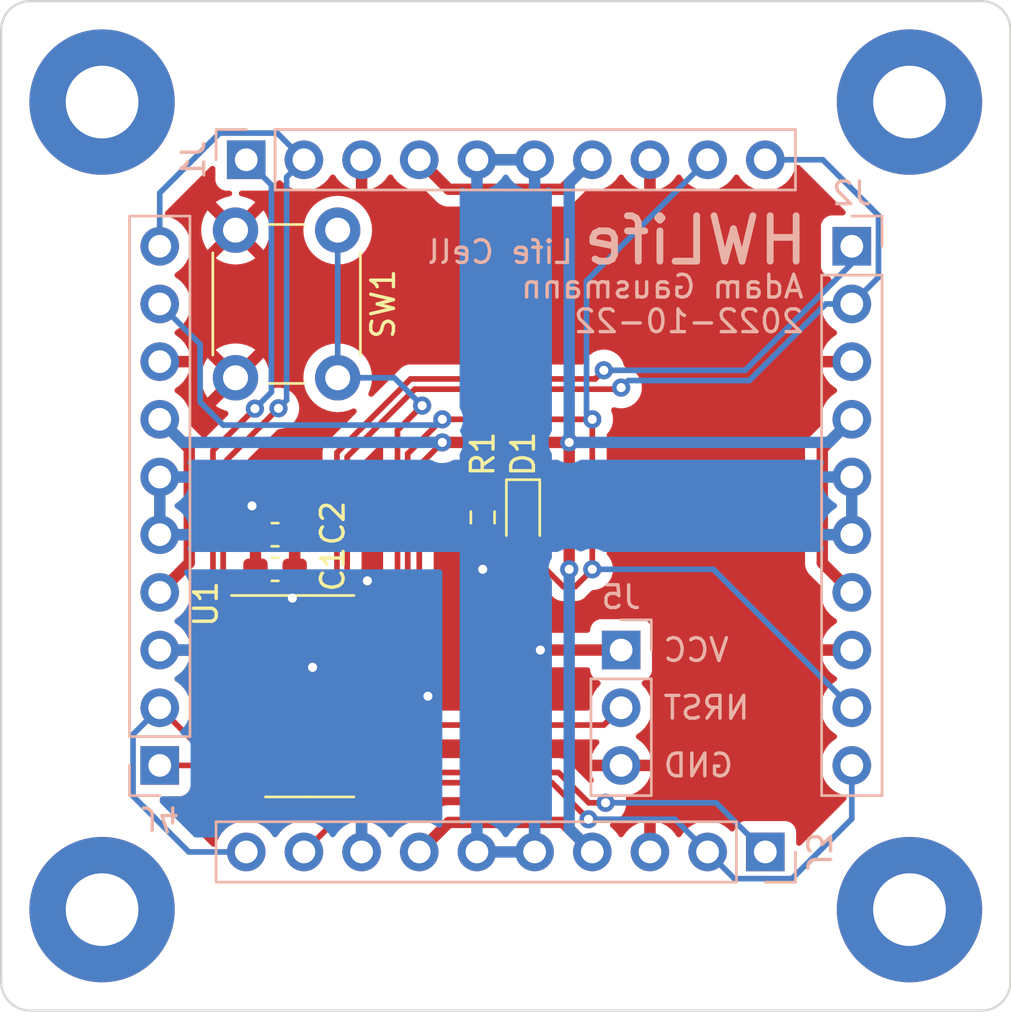
<source format=kicad_pcb>
(kicad_pcb (version 20211014) (generator pcbnew)
  (layers (0 "F.Cu" signal) (31 "B.Cu" signal) (34 "B.Paste" user) (35 "F.Paste" user) (36 "B.SilkS" user "B.Silkscreen") (37 "F.SilkS" user "F.Silkscreen") (38 "B.Mask" user) (39 "F.Mask" user) (44 "Edge.Cuts" user))
  (net 0 "")
  (net 1 "VCC")
  (net 2 "GND")
  (net 3 "/Cell/NRST")
  (net 4 "Net-(D1-Pad1)")
  (net 5 "/Cell/TOGGLE")
  (net 6 "/Cell/CLK")
  (net 7 "/Cell/DIA1")
  (net 8 "/Cell/ADJ1")
  (net 9 "/Cell/STATE")
  (net 10 "/Cell/ADJ2")
  (net 11 "/Cell/DIA2")
  (net 12 "/Cell/ADJ3")
  (net 13 "/Cell/DIA3")
  (net 14 "/Cell/ADJ4")
  (net 15 "/Cell/DIA4")
  (footprint "LED_SMD:LED_0603_1608Metric_Pad1.05x0.95mm_HandSolder" (layer "F.Cu") (at 193.802 62.738 -90)
    (fp_text reference "D1" (at -2.794 0 90) (layer "F.SilkS"))
    (fp_text value "LED")
    (fp_line (start 0.8 -0.735) (end -1.66 -0.735) (layer "F.SilkS") (width 0.12))
    (fp_line (start -1.66 0.735) (end 0.8 0.735) (layer "F.SilkS") (width 0.12))
    (fp_line (start -1.66 -0.735) (end -1.66 0.735) (layer "F.SilkS") (width 0.12))
    (pad "1" smd roundrect (at -0.875 0 270) (size 1.05 0.95) (layers "F.Cu" "F.Paste" "F.Mask") (net 4 "Net-(D1-Pad1)"))
    (pad "2" smd roundrect (at 0.875 0 270) (size 1.05 0.95) (layers "F.Cu" "F.Paste" "F.Mask") (net 9 "/Cell/STATE"))
  )
  (footprint "Button_Switch_THT:SW_PUSH_6mm_H4.3mm" (layer "F.Cu") (at 185.638 50.09 -90)
    (fp_text reference "SW1" (at 3.25 -2 90) (layer "F.SilkS"))
    (fp_text value "Toggle")
    (fp_line (start 1 5.5) (end 5.5 5.5) (layer "F.SilkS") (width 0.12))
    (fp_line (start -0.25 1.5) (end -0.25 3) (layer "F.SilkS") (width 0.12))
    (fp_line (start 6.75 3) (end 6.75 1.5) (layer "F.SilkS") (width 0.12))
    (fp_line (start 5.5 -1) (end 1 -1) (layer "F.SilkS") (width 0.12))
    (pad "1" thru_hole circle (at 6.5 0) (size 2 2) (drill 1.1) (layers *.Cu *.Mask) (net 5 "/Cell/TOGGLE"))
    (pad "1" thru_hole circle (at 0 0) (size 2 2) (drill 1.1) (layers *.Cu *.Mask) (net 5 "/Cell/TOGGLE"))
    (pad "2" thru_hole circle (at 0 4.5) (size 2 2) (drill 1.1) (layers *.Cu *.Mask) (net 2 "GND"))
    (pad "2" thru_hole circle (at 6.5 4.5) (size 2 2) (drill 1.1) (layers *.Cu *.Mask) (net 2 "GND"))
  )
  (footprint "Resistor_SMD:R_0603_1608Metric_Pad0.98x0.95mm_HandSolder" (layer "F.Cu") (at 192.024 62.738 90)
    (fp_text reference "R1" (at 2.794 0 90) (layer "F.SilkS"))
    (fp_text value "120R")
    (fp_line (start -0.254724 0.5225) (end 0.254724 0.5225) (layer "F.SilkS") (width 0.12))
    (fp_line (start -0.254724 -0.5225) (end 0.254724 -0.5225) (layer "F.SilkS") (width 0.12))
    (pad "1" smd roundrect (at -0.9125 0 90) (size 0.975 0.95) (layers "F.Cu" "F.Paste" "F.Mask") (net 1 "VCC"))
    (pad "2" smd roundrect (at 0.9125 0 90) (size 0.975 0.95) (layers "F.Cu" "F.Paste" "F.Mask") (net 4 "Net-(D1-Pad1)"))
  )
  (footprint "Package_SO:SOIC-14_3.9x8.7mm_P1.27mm" (layer "F.Cu") (at 184.404 70.612)
    (fp_text reference "U1" (at -4.572 -4.064 90) (layer "F.SilkS"))
    (fp_text value "ATtiny404-SS")
    (fp_line (start 0 4.435) (end 1.95 4.435) (layer "F.SilkS") (width 0.12))
    (fp_line (start 0 -4.435) (end -3.45 -4.435) (layer "F.SilkS") (width 0.12))
    (fp_line (start 0 -4.435) (end 1.95 -4.435) (layer "F.SilkS") (width 0.12))
    (fp_line (start 0 4.435) (end -1.95 4.435) (layer "F.SilkS") (width 0.12))
    (pad "1" smd roundrect (at -2.475 -3.81) (size 1.95 0.6) (layers "F.Cu" "F.Paste" "F.Mask") (net 1 "VCC"))
    (pad "2" smd roundrect (at -2.475 -2.54) (size 1.95 0.6) (layers "F.Cu" "F.Paste" "F.Mask") (net 11 "/Cell/DIA2"))
    (pad "3" smd roundrect (at -2.475 -1.27) (size 1.95 0.6) (layers "F.Cu" "F.Paste" "F.Mask") (net 10 "/Cell/ADJ2"))
    (pad "4" smd roundrect (at -2.475 0) (size 1.95 0.6) (layers "F.Cu" "F.Paste" "F.Mask") (net 8 "/Cell/ADJ1"))
    (pad "5" smd roundrect (at -2.475 1.27) (size 1.95 0.6) (layers "F.Cu" "F.Paste" "F.Mask") (net 7 "/Cell/DIA1"))
    (pad "6" smd roundrect (at -2.475 2.54) (size 1.95 0.6) (layers "F.Cu" "F.Paste" "F.Mask") (net 14 "/Cell/ADJ4"))
    (pad "7" smd roundrect (at -2.475 3.81) (size 1.95 0.6) (layers "F.Cu" "F.Paste" "F.Mask") (net 15 "/Cell/DIA4"))
    (pad "8" smd roundrect (at 2.475 3.81) (size 1.95 0.6) (layers "F.Cu" "F.Paste" "F.Mask") (net 12 "/Cell/ADJ3"))
    (pad "9" smd roundrect (at 2.475 2.54) (size 1.95 0.6) (layers "F.Cu" "F.Paste" "F.Mask") (net 13 "/Cell/DIA3"))
    (pad "10" smd roundrect (at 2.475 1.27) (size 1.95 0.6) (layers "F.Cu" "F.Paste" "F.Mask") (net 3 "/Cell/NRST"))
    (pad "11" smd roundrect (at 2.475 0) (size 1.95 0.6) (layers "F.Cu" "F.Paste" "F.Mask") (net 6 "/Cell/CLK"))
    (pad "12" smd roundrect (at 2.475 -1.27) (size 1.95 0.6) (layers "F.Cu" "F.Paste" "F.Mask") (net 9 "/Cell/STATE"))
    (pad "13" smd roundrect (at 2.475 -2.54) (size 1.95 0.6) (layers "F.Cu" "F.Paste" "F.Mask") (net 5 "/Cell/TOGGLE"))
    (pad "14" smd roundrect (at 2.475 -3.81) (size 1.95 0.6) (layers "F.Cu" "F.Paste" "F.Mask") (net 2 "GND"))
  )
  (footprint "MountingHole:MountingHole_3.2mm_M3_Pad" (layer "F.Cu") (at 210.82 44.45)
    (fp_text reference "H2" hide)
    (fp_text value "M3")
    (pad "1" thru_hole circle (at 0 0) (size 6.4 6.4) (drill 3.2) (layers *.Cu *.Mask))
  )
  (footprint "MountingHole:MountingHole_3.2mm_M3_Pad" (layer "F.Cu") (at 175.26 80.01)
    (fp_text reference "H4" hide)
    (fp_text value "M3")
    (pad "1" thru_hole circle (at 0 0) (size 6.4 6.4) (drill 3.2) (layers *.Cu *.Mask))
  )
  (footprint "Capacitor_SMD:C_0603_1608Metric_Pad1.08x0.95mm_HandSolder" (layer "F.Cu") (at 182.88 65.024)
    (fp_text reference "C1" (at 2.54 0 90) (layer "F.SilkS"))
    (fp_text value "100nF")
    (fp_line (start -0.146267 -0.51) (end 0.146267 -0.51) (layer "F.SilkS") (width 0.12))
    (fp_line (start -0.146267 0.51) (end 0.146267 0.51) (layer "F.SilkS") (width 0.12))
    (pad "1" smd roundrect (at -0.8625 0) (size 1.075 0.95) (layers "F.Cu" "F.Paste" "F.Mask") (net 1 "VCC"))
    (pad "2" smd roundrect (at 0.8625 0) (size 1.075 0.95) (layers "F.Cu" "F.Paste" "F.Mask") (net 2 "GND"))
  )
  (footprint "MountingHole:MountingHole_3.2mm_M3_Pad" (layer "F.Cu") (at 210.82 80.01)
    (fp_text reference "H3" hide)
    (fp_text value "M3")
    (pad "1" thru_hole circle (at 0 0) (size 6.4 6.4) (drill 3.2) (layers *.Cu *.Mask))
  )
  (footprint "MountingHole:MountingHole_3.2mm_M3_Pad" (layer "F.Cu") (at 175.26 44.45)
    (fp_text reference "H1" hide)
    (fp_text value "M3")
    (pad "1" thru_hole circle (at 0 0) (size 6.4 6.4) (drill 3.2) (layers *.Cu *.Mask))
  )
  (footprint "Capacitor_SMD:C_0603_1608Metric_Pad1.08x0.95mm_HandSolder" (layer "F.Cu") (at 182.88 63.5)
    (fp_text reference "C2" (at 2.54 -0.508 90) (layer "F.SilkS"))
    (fp_text value "Bulk")
    (fp_line (start -0.146267 -0.51) (end 0.146267 -0.51) (layer "F.SilkS") (width 0.12))
    (fp_line (start -0.146267 0.51) (end 0.146267 0.51) (layer "F.SilkS") (width 0.12))
    (pad "1" smd roundrect (at -0.8625 0) (size 1.075 0.95) (layers "F.Cu" "F.Paste" "F.Mask") (net 1 "VCC"))
    (pad "2" smd roundrect (at 0.8625 0) (size 1.075 0.95) (layers "F.Cu" "F.Paste" "F.Mask") (net 2 "GND"))
  )
  (footprint "Connector_PinHeader_2.54mm:PinHeader_1x10_P2.54mm_Vertical" (layer "B.Cu") (at 204.47 77.47 90)
    (fp_text reference "J3" (at 0 2.33 270 unlocked) (layer "B.SilkS") (effects (justify mirror)))
    (fp_text value "Interconnect")
    (fp_line (start 1.33 -1.27) (end 1.33 -24.19) (layer "B.SilkS") (width 0.12))
    (fp_line (start -1.33 -1.27) (end -1.33 -24.19) (layer "B.SilkS") (width 0.12))
    (fp_line (start -1.33 1.33) (end 0 1.33) (layer "B.SilkS") (width 0.12))
    (fp_line (start -1.33 -1.27) (end 1.33 -1.27) (layer "B.SilkS") (width 0.12))
    (fp_line (start -1.33 -24.19) (end 1.33 -24.19) (layer "B.SilkS") (width 0.12))
    (fp_line (start -1.33 0) (end -1.33 1.33) (layer "B.SilkS") (width 0.12))
    (pad "1" thru_hole rect (at 0 0 90) (size 1.7 1.7) (drill 1) (layers *.Cu *.Mask) (net 13 "/Cell/DIA3"))
    (pad "2" thru_hole oval (at 0 -2.54 90) (size 1.7 1.7) (drill 1) (layers *.Cu *.Mask) (net 12 "/Cell/ADJ3"))
    (pad "3" thru_hole oval (at 0 -5.08 90) (size 1.7 1.7) (drill 1) (layers *.Cu *.Mask) (net 2 "GND"))
    (pad "4" thru_hole oval (at 0 -7.62 90) (size 1.7 1.7) (drill 1) (layers *.Cu *.Mask) (net 6 "/Cell/CLK"))
    (pad "5" thru_hole oval (at 0 -10.16 90) (size 1.7 1.7) (drill 1) (layers *.Cu *.Mask) (net 1 "VCC"))
    (pad "6" thru_hole oval (at 0 -12.7 90) (size 1.7 1.7) (drill 1) (layers *.Cu *.Mask) (net 1 "VCC"))
    (pad "7" thru_hole oval (at 0 -15.24 90) (size 1.7 1.7) (drill 1) (layers *.Cu *.Mask) (net 6 "/Cell/CLK"))
    (pad "8" thru_hole oval (at 0 -17.78 90) (size 1.7 1.7) (drill 1) (layers *.Cu *.Mask) (net 2 "GND"))
    (pad "9" thru_hole oval (at 0 -20.32 90) (size 1.7 1.7) (drill 1) (layers *.Cu *.Mask) (net 9 "/Cell/STATE"))
    (pad "10" thru_hole oval (at 0 -22.86 90) (size 1.7 1.7) (drill 1) (layers *.Cu *.Mask) (net 14 "/Cell/ADJ4"))
  )
  (footprint "Connector_PinHeader_2.54mm:PinHeader_1x10_P2.54mm_Vertical" (layer "B.Cu") (at 177.8 73.66)
    (fp_text reference "J4" (at 0 2.33 180 unlocked) (layer "B.SilkS") (effects (justify mirror)))
    (fp_text value "Interconnect")
    (fp_line (start -1.33 -1.27) (end 1.33 -1.27) (layer "B.SilkS") (width 0.12))
    (fp_line (start 1.33 -1.27) (end 1.33 -24.19) (layer "B.SilkS") (width 0.12))
    (fp_line (start -1.33 -24.19) (end 1.33 -24.19) (layer "B.SilkS") (width 0.12))
    (fp_line (start -1.33 -1.27) (end -1.33 -24.19) (layer "B.SilkS") (width 0.12))
    (fp_line (start -1.33 0) (end -1.33 1.33) (layer "B.SilkS") (width 0.12))
    (fp_line (start -1.33 1.33) (end 0 1.33) (layer "B.SilkS") (width 0.12))
    (pad "1" thru_hole rect (at 0 0) (size 1.7 1.7) (drill 1) (layers *.Cu *.Mask) (net 15 "/Cell/DIA4"))
    (pad "2" thru_hole oval (at 0 -2.54) (size 1.7 1.7) (drill 1) (layers *.Cu *.Mask) (net 14 "/Cell/ADJ4"))
    (pad "3" thru_hole oval (at 0 -5.08) (size 1.7 1.7) (drill 1) (layers *.Cu *.Mask) (net 2 "GND"))
    (pad "4" thru_hole oval (at 0 -7.62) (size 1.7 1.7) (drill 1) (layers *.Cu *.Mask) (net 6 "/Cell/CLK"))
    (pad "5" thru_hole oval (at 0 -10.16) (size 1.7 1.7) (drill 1) (layers *.Cu *.Mask) (net 1 "VCC"))
    (pad "6" thru_hole oval (at 0 -12.7) (size 1.7 1.7) (drill 1) (layers *.Cu *.Mask) (net 1 "VCC"))
    (pad "7" thru_hole oval (at 0 -15.24) (size 1.7 1.7) (drill 1) (layers *.Cu *.Mask) (net 6 "/Cell/CLK"))
    (pad "8" thru_hole oval (at 0 -17.78) (size 1.7 1.7) (drill 1) (layers *.Cu *.Mask) (net 2 "GND"))
    (pad "9" thru_hole oval (at 0 -20.32) (size 1.7 1.7) (drill 1) (layers *.Cu *.Mask) (net 9 "/Cell/STATE"))
    (pad "10" thru_hole oval (at 0 -22.86) (size 1.7 1.7) (drill 1) (layers *.Cu *.Mask) (net 8 "/Cell/ADJ1"))
  )
  (footprint "Connector_PinHeader_2.54mm:PinHeader_1x10_P2.54mm_Vertical" (layer "B.Cu") (at 181.61 46.99 -90)
    (fp_text reference "J1" (at 0 2.33 90 unlocked) (layer "B.SilkS") (effects (justify mirror)))
    (fp_text value "Interconnect")
    (fp_line (start -1.33 0) (end -1.33 1.33) (layer "B.SilkS") (width 0.12))
    (fp_line (start -1.33 1.33) (end 0 1.33) (layer "B.SilkS") (width 0.12))
    (fp_line (start 1.33 -1.27) (end 1.33 -24.19) (layer "B.SilkS") (width 0.12))
    (fp_line (start -1.33 -24.19) (end 1.33 -24.19) (layer "B.SilkS") (width 0.12))
    (fp_line (start -1.33 -1.27) (end -1.33 -24.19) (layer "B.SilkS") (width 0.12))
    (fp_line (start -1.33 -1.27) (end 1.33 -1.27) (layer "B.SilkS") (width 0.12))
    (pad "1" thru_hole rect (at 0 0 270) (size 1.7 1.7) (drill 1) (layers *.Cu *.Mask) (net 7 "/Cell/DIA1"))
    (pad "2" thru_hole oval (at 0 -2.54 270) (size 1.7 1.7) (drill 1) (layers *.Cu *.Mask) (net 8 "/Cell/ADJ1"))
    (pad "3" thru_hole oval (at 0 -5.08 270) (size 1.7 1.7) (drill 1) (layers *.Cu *.Mask) (net 2 "GND"))
    (pad "4" thru_hole oval (at 0 -7.62 270) (size 1.7 1.7) (drill 1) (layers *.Cu *.Mask) (net 6 "/Cell/CLK"))
    (pad "5" thru_hole oval (at 0 -10.16 270) (size 1.7 1.7) (drill 1) (layers *.Cu *.Mask) (net 1 "VCC"))
    (pad "6" thru_hole oval (at 0 -12.7 270) (size 1.7 1.7) (drill 1) (layers *.Cu *.Mask) (net 1 "VCC"))
    (pad "7" thru_hole oval (at 0 -15.24 270) (size 1.7 1.7) (drill 1) (layers *.Cu *.Mask) (net 6 "/Cell/CLK"))
    (pad "8" thru_hole oval (at 0 -17.78 270) (size 1.7 1.7) (drill 1) (layers *.Cu *.Mask) (net 2 "GND"))
    (pad "9" thru_hole oval (at 0 -20.32 270) (size 1.7 1.7) (drill 1) (layers *.Cu *.Mask) (net 9 "/Cell/STATE"))
    (pad "10" thru_hole oval (at 0 -22.86 270) (size 1.7 1.7) (drill 1) (layers *.Cu *.Mask) (net 10 "/Cell/ADJ2"))
  )
  (footprint "Connector_PinHeader_2.54mm:PinHeader_1x10_P2.54mm_Vertical" (layer "B.Cu") (at 208.28 50.8 180)
    (fp_text reference "J2" (at 0 2.33 unlocked) (layer "B.SilkS") (effects (justify mirror)))
    (fp_text value "Interconnect")
    (fp_line (start -1.33 -1.27) (end 1.33 -1.27) (layer "B.SilkS") (width 0.12))
    (fp_line (start -1.33 -1.27) (end -1.33 -24.19) (layer "B.SilkS") (width 0.12))
    (fp_line (start -1.33 1.33) (end 0 1.33) (layer "B.SilkS") (width 0.12))
    (fp_line (start 1.33 -1.27) (end 1.33 -24.19) (layer "B.SilkS") (width 0.12))
    (fp_line (start -1.33 0) (end -1.33 1.33) (layer "B.SilkS") (width 0.12))
    (fp_line (start -1.33 -24.19) (end 1.33 -24.19) (layer "B.SilkS") (width 0.12))
    (pad "1" thru_hole rect (at 0 0 180) (size 1.7 1.7) (drill 1) (layers *.Cu *.Mask) (net 11 "/Cell/DIA2"))
    (pad "2" thru_hole oval (at 0 -2.54 180) (size 1.7 1.7) (drill 1) (layers *.Cu *.Mask) (net 10 "/Cell/ADJ2"))
    (pad "3" thru_hole oval (at 0 -5.08 180) (size 1.7 1.7) (drill 1) (layers *.Cu *.Mask) (net 2 "GND"))
    (pad "4" thru_hole oval (at 0 -7.62 180) (size 1.7 1.7) (drill 1) (layers *.Cu *.Mask) (net 6 "/Cell/CLK"))
    (pad "5" thru_hole oval (at 0 -10.16 180) (size 1.7 1.7) (drill 1) (layers *.Cu *.Mask) (net 1 "VCC"))
    (pad "6" thru_hole oval (at 0 -12.7 180) (size 1.7 1.7) (drill 1) (layers *.Cu *.Mask) (net 1 "VCC"))
    (pad "7" thru_hole oval (at 0 -15.24 180) (size 1.7 1.7) (drill 1) (layers *.Cu *.Mask) (net 6 "/Cell/CLK"))
    (pad "8" thru_hole oval (at 0 -17.78 180) (size 1.7 1.7) (drill 1) (layers *.Cu *.Mask) (net 2 "GND"))
    (pad "9" thru_hole oval (at 0 -20.32 180) (size 1.7 1.7) (drill 1) (layers *.Cu *.Mask) (net 9 "/Cell/STATE"))
    (pad "10" thru_hole oval (at 0 -22.86 180) (size 1.7 1.7) (drill 1) (layers *.Cu *.Mask) (net 12 "/Cell/ADJ3"))
  )
  (footprint "Connector_PinHeader_2.54mm:PinHeader_1x03_P2.54mm_Vertical" (layer "B.Cu") (at 198.12 68.58 180)
    (fp_text reference "J5" (at 0 2.33) (layer "B.SilkS") (effects (justify mirror)))
    (fp_text value "UPDI")
    (fp_line (start -1.33 0) (end -1.33 1.33) (layer "B.SilkS") (width 0.12))
    (fp_line (start 1.33 -1.27) (end 1.33 -6.41) (layer "B.SilkS") (width 0.12))
    (fp_line (start -1.33 -1.27) (end -1.33 -6.41) (layer "B.SilkS") (width 0.12))
    (fp_line (start -1.33 -1.27) (end 1.33 -1.27) (layer "B.SilkS") (width 0.12))
    (fp_line (start -1.33 -6.41) (end 1.33 -6.41) (layer "B.SilkS") (width 0.12))
    (fp_line (start -1.33 1.33) (end 0 1.33) (layer "B.SilkS") (width 0.12))
    (pad "1" thru_hole rect (at 0 0 180) (size 1.7 1.7) (drill 1) (layers *.Cu *.Mask) (net 1 "VCC"))
    (pad "2" thru_hole oval (at 0 -2.54 180) (size 1.7 1.7) (drill 1) (layers *.Cu *.Mask) (net 3 "/Cell/NRST"))
    (pad "3" thru_hole oval (at 0 -5.08 180) (size 1.7 1.7) (drill 1) (layers *.Cu *.Mask) (net 2 "GND"))
  )
  (gr_line (start 213.995 84.455) (end 172.085 84.455) (layer "Edge.Cuts") (width 0.1))
  (gr_line (start 215.265 41.275) (end 215.265 83.185) (layer "Edge.Cuts") (width 0.1))
  (gr_arc (start 213.995 40.005) (mid 214.893026 40.376974) (end 215.265 41.275) (layer "Edge.Cuts") (width 0.1))
  (gr_line (start 172.085 40.005) (end 213.995 40.005) (layer "Edge.Cuts") (width 0.1))
  (gr_arc (start 170.815 41.275) (mid 171.186974 40.376974) (end 172.085 40.005) (layer "Edge.Cuts") (width 0.1))
  (gr_arc (start 172.085 84.455) (mid 171.186974 84.083026) (end 170.815 83.185) (layer "Edge.Cuts") (width 0.1))
  (gr_line (start 170.815 83.185) (end 170.815 41.275) (layer "Edge.Cuts") (width 0.1))
  (gr_arc (start 215.265 83.185) (mid 214.893026 84.083026) (end 213.995 84.455) (layer "Edge.Cuts") (width 0.1))
  (gr_text "Adam Gausmann" (at 206.248 52.578) (layer "B.SilkS") (effects (font (size 1 1)) (justify left mirror)))
  (gr_text "VCC" (at 199.898 68.58) (layer "B.SilkS") (effects (font (size 1 1)) (justify right mirror)))
  (gr_text "Life Cell" (at 196.088 51.054) (layer "B.SilkS") (effects (font (size 1 1)) (justify left mirror)))
  (gr_text "HWLife" (at 206.502 50.546) (layer "B.SilkS") (effects (font (size 2 2) (thickness 0.3)) (justify left mirror)))
  (gr_text "NRST" (at 199.898 71.12) (layer "B.SilkS") (effects (font (size 1 1)) (justify right mirror)))
  (gr_text "GND\n" (at 199.898 73.66) (layer "B.SilkS") (effects (font (size 1 1)) (justify right mirror)))
  (gr_text "2022-10-22" (at 206.248 54.102) (layer "B.SilkS") (effects (font (size 1 1)) (justify left mirror)))
  (segment (start 182.0175 66.7135) (end 181.929 66.802) (width 0.5) (layer "F.Cu") (net 1))
  (segment (start 182.0175 62.3835) (end 181.864 62.23) (width 0.5) (layer "F.Cu") (net 1))
  (segment (start 194.564 68.58) (end 198.12 68.58) (width 0.5) (layer "F.Cu") (net 1))
  (segment (start 192.024 63.6505) (end 192.024 65.024) (width 0.5) (layer "F.Cu") (net 1))
  (segment (start 182.0175 63.5) (end 182.0175 62.3835) (width 0.5) (layer "F.Cu") (net 1))
  (segment (start 182.0175 65.024) (end 182.0175 66.7135) (width 0.5) (layer "F.Cu") (net 1))
  (segment (start 182.0175 65.024) (end 182.0175 63.5) (width 0.5) (layer "F.Cu") (net 1))
  (via (at 181.864 62.23) (size 0.8) (drill 0.4) (layers "F.Cu" "B.Cu") (net 1))
  (via (at 192.024 65.024) (size 0.8) (drill 0.4) (layers "F.Cu" "B.Cu") (net 1))
  (via (at 194.564 68.58) (size 0.8) (drill 0.4) (layers "F.Cu" "B.Cu") (net 1))
  (segment (start 177.8 60.96) (end 177.8 63.5) (width 0.5) (layer "B.Cu") (net 1))
  (segment (start 208.28 60.96) (end 208.28 63.5) (width 0.5) (layer "B.Cu") (net 1))
  (segment (start 194.31 46.99) (end 191.77 46.99) (width 0.5) (layer "B.Cu") (net 1))
  (segment (start 194.31 77.47) (end 191.77 77.47) (width 0.5) (layer "B.Cu") (net 1))
  (via (at 184.531 69.342) (size 0.8) (drill 0.4) (layers "F.Cu" "B.Cu") (net 2))
  (via (at 183.642 66.294) (size 0.8) (drill 0.4) (layers "F.Cu" "B.Cu") (net 2))
  (via (at 189.611 70.612) (size 0.8) (drill 0.4) (layers "F.Cu" "B.Cu") (net 2))
  (via (at 186.944 65.532) (size 0.8) (drill 0.4) (layers "F.Cu" "B.Cu") (net 2))
  (segment (start 197.358 71.882) (end 186.879 71.882) (width 0.25) (layer "F.Cu") (net 3))
  (segment (start 198.12 71.12) (end 197.358 71.882) (width 0.25) (layer "F.Cu") (net 3))
  (segment (start 193.802 61.863) (end 192.0615 61.863) (width 0.25) (layer "F.Cu") (net 4))
  (segment (start 192.0615 61.863) (end 192.024 61.8255) (width 0.25) (layer "F.Cu") (net 4))
  (segment (start 188.272 58.9015) (end 188.272 67.437) (width 0.25) (layer "F.Cu") (net 5))
  (segment (start 187.637 68.072) (end 186.879 68.072) (width 0.25) (layer "F.Cu") (net 5))
  (segment (start 188.272 67.437) (end 187.637 68.072) (width 0.25) (layer "F.Cu") (net 5))
  (segment (start 189.357 57.8165) (end 188.272 58.9015) (width 0.25) (layer "F.Cu") (net 5))
  (via (at 189.357 57.8165) (size 0.8) (drill 0.4) (layers "F.Cu" "B.Cu") (net 5))
  (segment (start 185.638 56.59) (end 188.1305 56.59) (width 0.25) (layer "B.Cu") (net 5))
  (segment (start 185.638 56.59) (end 185.638 50.09) (width 0.25) (layer "B.Cu") (net 5))
  (segment (start 188.1305 56.59) (end 189.357 57.8165) (width 0.25) (layer "B.Cu") (net 5))
  (segment (start 179.1 59.72) (end 179.1 64.74) (width 0.5) (layer "F.Cu") (net 6))
  (segment (start 195.55 48.29) (end 190.53 48.29) (width 0.5) (layer "F.Cu") (net 6))
  (segment (start 186.879 70.612) (end 187.580396 70.612) (width 0.25) (layer "F.Cu") (net 6))
  (segment (start 190.246 59.436) (end 195.834 59.436) (width 0.5) (layer "F.Cu") (net 6))
  (segment (start 189.23 77.47) (end 190.53 76.17) (width 0.5) (layer "F.Cu") (net 6))
  (segment (start 208.28 58.42) (end 206.98 59.72) (width 0.5) (layer "F.Cu") (net 6))
  (segment (start 190.53 76.17) (end 195.55 76.17) (width 0.5) (layer "F.Cu") (net 6))
  (segment (start 190.53 48.29) (end 189.23 46.99) (width 0.5) (layer "F.Cu") (net 6))
  (segment (start 195.55 76.17) (end 196.85 77.47) (width 0.5) (layer "F.Cu") (net 6))
  (segment (start 206.98 59.72) (end 206.98 64.74) (width 0.5) (layer "F.Cu") (net 6))
  (segment (start 187.580396 70.612) (end 189.23 68.962396) (width 0.25) (layer "F.Cu") (net 6))
  (segment (start 177.8 58.42) (end 179.1 59.72) (width 0.5) (layer "F.Cu") (net 6))
  (segment (start 206.98 64.74) (end 208.28 66.04) (width 0.5) (layer "F.Cu") (net 6))
  (segment (start 179.1 64.74) (end 177.8 66.04) (width 0.5) (layer "F.Cu") (net 6))
  (segment (start 189.23 60.452) (end 190.246 59.436) (width 0.25) (layer "F.Cu") (net 6))
  (segment (start 196.85 46.99) (end 195.55 48.29) (width 0.5) (layer "F.Cu") (net 6))
  (segment (start 195.834 59.436) (end 195.834 65.024) (width 0.5) (layer "F.Cu") (net 6))
  (segment (start 189.23 68.962396) (end 189.23 60.452) (width 0.25) (layer "F.Cu") (net 6))
  (via (at 195.834 65.024) (size 0.8) (drill 0.4) (layers "F.Cu" "B.Cu") (net 6))
  (via (at 190.246 59.436) (size 0.8) (drill 0.4) (layers "F.Cu" "B.Cu") (net 6))
  (via (at 195.834 59.436) (size 0.8) (drill 0.4) (layers "F.Cu" "B.Cu") (net 6))
  (segment (start 195.834 59.436) (end 195.834 48.006) (width 0.5) (layer "B.Cu") (net 6))
  (segment (start 195.834 76.454) (end 195.834 65.024) (width 0.5) (layer "B.Cu") (net 6))
  (segment (start 208.28 58.42) (end 207.264 59.436) (width 0.5) (layer "B.Cu") (net 6))
  (segment (start 178.816 59.436) (end 177.8 58.42) (width 0.5) (layer "B.Cu") (net 6))
  (segment (start 195.834 48.006) (end 196.85 46.99) (width 0.5) (layer "B.Cu") (net 6))
  (segment (start 190.246 59.436) (end 178.816 59.436) (width 0.5) (layer "B.Cu") (net 6))
  (segment (start 196.85 77.47) (end 195.834 76.454) (width 0.5) (layer "B.Cu") (net 6))
  (segment (start 207.264 59.436) (end 195.834 59.436) (width 0.5) (layer "B.Cu") (net 6))
  (segment (start 181.356 71.882) (end 181.929 71.882) (width 0.25) (layer "F.Cu") (net 7))
  (segment (start 181.991 57.9495) (end 180.144 59.7965) (width 0.25) (layer "F.Cu") (net 7))
  (segment (start 180.144 59.7965) (end 180.144 70.67) (width 0.25) (layer "F.Cu") (net 7))
  (segment (start 180.144 70.67) (end 181.356 71.882) (width 0.25) (layer "F.Cu") (net 7))
  (via (at 181.991 57.9495) (size 0.8) (drill 0.4) (layers "F.Cu" "B.Cu") (net 7))
  (segment (start 182.717 48.097) (end 181.61 46.99) (width 0.25) (layer "B.Cu") (net 7))
  (segment (start 182.717 57.2235) (end 182.717 48.097) (width 0.25) (layer "B.Cu") (net 7))
  (segment (start 181.991 57.9495) (end 182.717 57.2235) (width 0.25) (layer "B.Cu") (net 7))
  (segment (start 180.594 70.358) (end 180.848 70.612) (width 0.25) (layer "F.Cu") (net 8))
  (segment (start 180.848 70.612) (end 181.929 70.612) (width 0.25) (layer "F.Cu") (net 8))
  (segment (start 183.03005 57.93505) (end 180.594 60.3711) (width 0.25) (layer "F.Cu") (net 8))
  (segment (start 180.594 60.3711) (end 180.594 70.358) (width 0.25) (layer "F.Cu") (net 8))
  (via (at 183.03005 57.93505) (size 0.8) (drill 0.4) (layers "F.Cu" "B.Cu") (net 8))
  (segment (start 182.975 45.815) (end 184.15 46.99) (width 0.25) (layer "B.Cu") (net 8))
  (segment (start 183.388 47.752) (end 184.15 46.99) (width 0.25) (layer "B.Cu") (net 8))
  (segment (start 177.8 48.45) (end 180.435 45.815) (width 0.25) (layer "B.Cu") (net 8))
  (segment (start 183.03005 57.93505) (end 183.388 57.5771) (width 0.25) (layer "B.Cu") (net 8))
  (segment (start 183.388 57.5771) (end 183.388 47.752) (width 0.25) (layer "B.Cu") (net 8))
  (segment (start 180.435 45.815) (end 182.975 45.815) (width 0.25) (layer "B.Cu") (net 8))
  (segment (start 177.8 50.8) (end 177.8 48.45) (width 0.25) (layer "B.Cu") (net 8))
  (segment (start 190.246 58.42) (end 190.236695 58.42) (width 0.25) (layer "F.Cu") (net 9))
  (segment (start 186.879 69.342) (end 186.502249 69.342) (width 0.25) (layer "F.Cu") (net 9))
  (segment (start 185.547 76.073) (end 184.15 77.47) (width 0.25) (layer "F.Cu") (net 9))
  (segment (start 196.097305 65.786) (end 195.570695 65.786) (width 0.25) (layer "F.Cu") (net 9))
  (segment (start 190.246 58.42) (end 196.85 58.42) (width 0.25) (layer "F.Cu") (net 9))
  (segment (start 187.452 69.342) (end 186.879 69.342) (width 0.25) (layer "F.Cu") (net 9))
  (segment (start 186.502249 69.342) (end 185.547 70.297249) (width 0.25) (layer "F.Cu") (net 9))
  (segment (start 196.85 58.42) (end 196.85 65.024) (width 0.25) (layer "F.Cu") (net 9))
  (segment (start 196.85 65.033305) (end 196.097305 65.786) (width 0.25) (layer "F.Cu") (net 9))
  (segment (start 188.722 68.072) (end 187.452 69.342) (width 0.25) (layer "F.Cu") (net 9))
  (segment (start 185.547 70.297249) (end 185.547 76.073) (width 0.25) (layer "F.Cu") (net 9))
  (segment (start 193.802 64.017305) (end 193.802 63.613) (width 0.25) (layer "F.Cu") (net 9))
  (segment (start 195.570695 65.786) (end 193.802 64.017305) (width 0.25) (layer "F.Cu") (net 9))
  (segment (start 190.236695 58.42) (end 188.722 59.934695) (width 0.25) (layer "F.Cu") (net 9))
  (segment (start 196.85 65.024) (end 196.85 65.033305) (width 0.25) (layer "F.Cu") (net 9))
  (segment (start 188.722 59.934695) (end 188.722 68.072) (width 0.25) (layer "F.Cu") (net 9))
  (via (at 196.85 58.42) (size 0.8) (drill 0.4) (layers "F.Cu" "B.Cu") (net 9))
  (via (at 190.246 58.42) (size 0.8) (drill 0.4) (layers "F.Cu" "B.Cu") (net 9))
  (via (at 196.85 65.024) (size 0.8) (drill 0.4) (layers "F.Cu" "B.Cu") (net 9))
  (segment (start 196.596 52.324) (end 201.93 46.99) (width 0.25) (layer "B.Cu") (net 9))
  (segment (start 202.184 65.024) (end 208.28 71.12) (width 0.25) (layer "B.Cu") (net 9))
  (segment (start 177.8 53.34) (end 179.578 55.118) (width 0.25) (layer "B.Cu") (net 9))
  (segment (start 196.596 58.166) (end 196.596 52.324) (width 0.25) (layer "B.Cu") (net 9))
  (segment (start 179.578 57.658) (end 180.594 58.674) (width 0.25) (layer "B.Cu") (net 9))
  (segment (start 196.85 65.024) (end 202.184 65.024) (width 0.25) (layer "B.Cu") (net 9))
  (segment (start 189.992 58.674) (end 190.246 58.42) (width 0.25) (layer "B.Cu") (net 9))
  (segment (start 179.578 55.118) (end 179.578 57.658) (width 0.25) (layer "B.Cu") (net 9))
  (segment (start 180.594 58.674) (end 189.992 58.674) (width 0.25) (layer "B.Cu") (net 9))
  (segment (start 196.85 58.42) (end 196.596 58.166) (width 0.25) (layer "B.Cu") (net 9))
  (segment (start 186.055 60.071) (end 186.055 65.913) (width 0.25) (layer "F.Cu") (net 10))
  (segment (start 189.034 57.092) (end 186.055 60.071) (width 0.25) (layer "F.Cu") (net 10))
  (segment (start 198.12 57.023) (end 198.051 57.092) (width 0.25) (layer "F.Cu") (net 10))
  (segment (start 186.055 65.913) (end 182.626 69.342) (width 0.25) (layer "F.Cu") (net 10))
  (segment (start 182.626 69.342) (end 181.929 69.342) (width 0.25) (layer "F.Cu") (net 10))
  (segment (start 198.051 57.092) (end 189.034 57.092) (width 0.25) (layer "F.Cu") (net 10))
  (via (at 198.12 57.023) (size 0.8) (drill 0.4) (layers "F.Cu" "B.Cu") (net 10))
  (segment (start 198.12 57.023) (end 198.432 56.711) (width 0.25) (layer "B.Cu") (net 10))
  (segment (start 209.455 52.165) (end 209.455 49.443556) (width 0.25) (layer "B.Cu") (net 10))
  (segment (start 203.767396 56.711) (end 207.138396 53.34) (width 0.25) (layer "B.Cu") (net 10))
  (segment (start 207.001444 46.99) (end 204.47 46.99) (width 0.25) (layer "B.Cu") (net 10))
  (segment (start 198.432 56.711) (end 203.767396 56.711) (width 0.25) (layer "B.Cu") (net 10))
  (segment (start 209.455 49.443556) (end 207.001444 46.99) (width 0.25) (layer "B.Cu") (net 10))
  (segment (start 207.138396 53.34) (end 208.28 53.34) (width 0.25) (layer "B.Cu") (net 10))
  (segment (start 208.598198 53.021802) (end 209.455 52.165) (width 0.25) (layer "B.Cu") (net 10))
  (segment (start 188.847604 56.642) (end 185.605 59.884604) (width 0.25) (layer "F.Cu") (net 11))
  (segment (start 185.605 65.659) (end 183.192 68.072) (width 0.25) (layer "F.Cu") (net 11))
  (segment (start 183.192 68.072) (end 181.929 68.072) (width 0.25) (layer "F.Cu") (net 11))
  (segment (start 197.358 56.261) (end 196.977 56.642) (width 0.25) (layer "F.Cu") (net 11))
  (segment (start 185.605 59.884604) (end 185.605 65.659) (width 0.25) (layer "F.Cu") (net 11))
  (segment (start 196.977 56.642) (end 188.847604 56.642) (width 0.25) (layer "F.Cu") (net 11))
  (via (at 197.358 56.261) (size 0.8) (drill 0.4) (layers "F.Cu" "B.Cu") (net 11))
  (segment (start 208.28 51.562) (end 208.28 50.8) (width 0.25) (layer "B.Cu") (net 11))
  (segment (start 197.358 56.261) (end 203.581 56.261) (width 0.25) (layer "B.Cu") (net 11))
  (segment (start 203.581 56.261) (end 208.28 51.562) (width 0.25) (layer "B.Cu") (net 11))
  (segment (start 196.6835 76.030092) (end 195.075408 74.422) (width 0.25) (layer "F.Cu") (net 12))
  (segment (start 195.075408 74.422) (end 186.879 74.422) (width 0.25) (layer "F.Cu") (net 12))
  (via (at 196.6835 76.030092) (size 0.8) (drill 0.4) (layers "F.Cu" "B.Cu") (net 12))
  (segment (start 203.105 78.645) (end 205.645 78.645) (width 0.25) (layer "B.Cu") (net 12))
  (segment (start 201.93 77.47) (end 203.105 78.645) (width 0.25) (layer "B.Cu") (net 12))
  (segment (start 208.28 76.01) (end 208.28 73.66) (width 0.25) (layer "B.Cu") (net 12))
  (segment (start 201.93 77.47) (end 200.490092 76.030092) (width 0.25) (layer "B.Cu") (net 12))
  (segment (start 200.490092 76.030092) (end 196.6835 76.030092) (width 0.25) (layer "B.Cu") (net 12))
  (segment (start 205.645 78.645) (end 208.28 76.01) (width 0.25) (layer "B.Cu") (net 12))
  (segment (start 188.1815 73.152) (end 189.0015 73.972) (width 0.25) (layer "F.Cu") (net 13))
  (segment (start 196.695121 75.305592) (end 197.43465 75.305592) (width 0.25) (layer "F.Cu") (net 13))
  (segment (start 186.879 73.152) (end 188.1815 73.152) (width 0.25) (layer "F.Cu") (net 13))
  (segment (start 189.0015 73.972) (end 195.361529 73.972) (width 0.25) (layer "F.Cu") (net 13))
  (segment (start 195.361529 73.972) (end 196.695121 75.305592) (width 0.25) (layer "F.Cu") (net 13))
  (via (at 197.43465 75.305592) (size 0.8) (drill 0.4) (layers "F.Cu" "B.Cu") (net 13))
  (segment (start 204.47 77.47) (end 202.305592 75.305592) (width 0.25) (layer "B.Cu") (net 13))
  (segment (start 202.305592 75.305592) (end 197.43465 75.305592) (width 0.25) (layer "B.Cu") (net 13))
  (segment (start 181.929 73.152) (end 179.832 73.152) (width 0.25) (layer "F.Cu") (net 14))
  (segment (start 179.832 73.152) (end 177.8 71.12) (width 0.25) (layer "F.Cu") (net 14))
  (segment (start 177.8 71.12) (end 176.625 72.295) (width 0.25) (layer "B.Cu") (net 14))
  (segment (start 176.625 75.016444) (end 179.078556 77.47) (width 0.25) (layer "B.Cu") (net 14))
  (segment (start 176.625 72.295) (end 176.625 75.016444) (width 0.25) (layer "B.Cu") (net 14))
  (segment (start 179.078556 77.47) (end 181.61 77.47) (width 0.25) (layer "B.Cu") (net 14))
  (segment (start 181.229 74.422) (end 181.929 74.422) (width 0.25) (layer "F.Cu") (net 15))
  (segment (start 177.8 73.66) (end 180.467 73.66) (width 0.25) (layer "F.Cu") (net 15))
  (segment (start 180.467 73.66) (end 181.229 74.422) (width 0.25) (layer "F.Cu") (net 15))
  (zone (net 2) (net_name "GND") (layer "F.Cu") (connect_pads (clearance 0.508)) (min_thickness 0.254) (fill yes (thermal_gap 0.508) (thermal_bridge_width 0.508))
    (polygon (pts (xy 208.28 74.93) (xy 205.74 77.47) (xy 180.34 77.47) (xy 177.8 74.93) (xy 177.8 49.53) (xy 180.34 46.99) (xy 205.74 46.99) (xy 208.28 49.53)))
  )
  (zone (net 1) (net_name "VCC") (layer "B.Cu") (connect_pads (clearance 0.508)) (min_thickness 0.254) (fill yes (thermal_gap 0.508) (thermal_bridge_width 0.508))
    (polygon (pts (xy 195.072 60.198) (xy 208.28 60.198) (xy 208.28 64.262) (xy 195.072 64.262) (xy 195.072 76.962) (xy 191.008 76.962) (xy 191.008 64.262) (xy 177.8 64.262) (xy 177.8 60.198) (xy 191.008 60.198) (xy 191.008 46.482) (xy 195.072 46.482)))
  )
  (zone (net 2) (net_name "GND") (layer "B.Cu") (connect_pads (clearance 0.508)) (min_thickness 0.254) (fill yes (thermal_gap 0.508) (thermal_bridge_width 0.508))
    (polygon (pts (xy 190.246 77.47) (xy 177.8 77.724) (xy 177.8 65.024) (xy 190.246 65.024)))
  )
)
</source>
